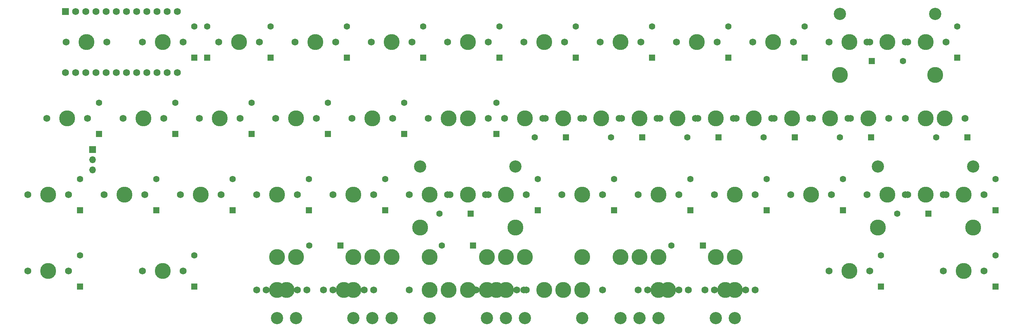
<source format=gbr>
%TF.GenerationSoftware,KiCad,Pcbnew,(7.0.0)*%
%TF.CreationDate,2023-08-30T22:13:04+02:00*%
%TF.ProjectId,Wakizashi,57616b69-7a61-4736-9869-2e6b69636164,rev?*%
%TF.SameCoordinates,Original*%
%TF.FileFunction,Soldermask,Top*%
%TF.FilePolarity,Negative*%
%FSLAX46Y46*%
G04 Gerber Fmt 4.6, Leading zero omitted, Abs format (unit mm)*
G04 Created by KiCad (PCBNEW (7.0.0)) date 2023-08-30 22:13:04*
%MOMM*%
%LPD*%
G01*
G04 APERTURE LIST*
%ADD10C,1.750000*%
%ADD11C,3.987800*%
%ADD12R,1.600000X1.600000*%
%ADD13C,1.600000*%
%ADD14C,3.048000*%
%ADD15R,1.752600X1.752600*%
%ADD16C,1.752600*%
%ADD17R,1.700000X1.700000*%
%ADD18O,1.700000X1.700000*%
G04 APERTURE END LIST*
D10*
%TO.C,MX1*%
X42545000Y-26987500D03*
D11*
X47625000Y-26987500D03*
D10*
X52705000Y-26987500D03*
%TD*%
%TO.C,MX35*%
X223520000Y-65087500D03*
D11*
X228600000Y-65087500D03*
D10*
X233680000Y-65087500D03*
%TD*%
D12*
%TO.C,D37*%
X274637499Y-68987499D03*
D13*
X274637500Y-61187500D03*
%TD*%
D10*
%TO.C,MX63*%
X137795000Y-88900000D03*
D11*
X142875000Y-88900000D03*
D10*
X147955000Y-88900000D03*
%TD*%
%TO.C,MX20*%
X180657500Y-46037500D03*
D11*
X185737500Y-46037500D03*
D10*
X190817500Y-46037500D03*
%TD*%
%TO.C,MX23*%
X237807500Y-46037500D03*
D11*
X242887500Y-46037500D03*
D10*
X247967500Y-46037500D03*
%TD*%
%TO.C,MX17*%
X113982500Y-46037500D03*
D11*
X119062500Y-46037500D03*
D10*
X124142500Y-46037500D03*
%TD*%
%TO.C,MX38*%
X33020000Y-84137500D03*
D11*
X38100000Y-84137500D03*
D10*
X43180000Y-84137500D03*
%TD*%
D14*
%TO.C,S4*%
X190500000Y-95885000D03*
D11*
X190500000Y-80645000D03*
D14*
X152400000Y-95885000D03*
D11*
X152400000Y-80645000D03*
%TD*%
D10*
%TO.C,MX13*%
X47942500Y-46037500D03*
D11*
X42862500Y-46037500D03*
D10*
X37782500Y-46037500D03*
%TD*%
%TO.C,MX59*%
X187801250Y-88900000D03*
D11*
X192881250Y-88900000D03*
D10*
X197961250Y-88900000D03*
%TD*%
%TO.C,MX5*%
X118745000Y-26987500D03*
D11*
X123825000Y-26987500D03*
D10*
X128905000Y-26987500D03*
%TD*%
%TO.C,MX51*%
X228282500Y-46037500D03*
D11*
X233362500Y-46037500D03*
D10*
X238442500Y-46037500D03*
%TD*%
D12*
%TO.C,D1*%
X74612499Y-30887499D03*
D13*
X74612500Y-23087500D03*
%TD*%
D10*
%TO.C,MX60*%
X202088750Y-88900000D03*
D11*
X207168750Y-88900000D03*
D10*
X212248750Y-88900000D03*
%TD*%
%TO.C,MX68*%
X144938750Y-88900000D03*
D11*
X150018750Y-88900000D03*
D10*
X155098750Y-88900000D03*
%TD*%
%TO.C,MX43*%
X233045000Y-84137500D03*
D11*
X238125000Y-84137500D03*
D10*
X243205000Y-84137500D03*
%TD*%
%TO.C,MX52*%
X252095000Y-46037500D03*
D11*
X257175000Y-46037500D03*
D10*
X262255000Y-46037500D03*
%TD*%
D12*
%TO.C,D39*%
X74612499Y-88037499D03*
D13*
X74612500Y-80237500D03*
%TD*%
D10*
%TO.C,MX2*%
X61595000Y-26987500D03*
D11*
X66675000Y-26987500D03*
D10*
X71755000Y-26987500D03*
%TD*%
D14*
%TO.C,S9*%
X209550000Y-95885000D03*
D11*
X209550000Y-80645000D03*
D14*
X95250000Y-95885000D03*
D11*
X95250000Y-80645000D03*
%TD*%
D12*
%TO.C,D44*%
X274637499Y-88037499D03*
D13*
X274637500Y-80237500D03*
%TD*%
D10*
%TO.C,MX30*%
X128270000Y-65087500D03*
D11*
X133350000Y-65087500D03*
D10*
X138430000Y-65087500D03*
%TD*%
D12*
%TO.C,D10*%
X227012499Y-30887499D03*
D13*
X227012500Y-23087500D03*
%TD*%
D10*
%TO.C,MX16*%
X94932500Y-46037500D03*
D11*
X100012500Y-46037500D03*
D10*
X105092500Y-46037500D03*
%TD*%
%TO.C,MX29*%
X109220000Y-65087500D03*
D11*
X114300000Y-65087500D03*
D10*
X119380000Y-65087500D03*
%TD*%
D14*
%TO.C,S15*%
X130968750Y-58102500D03*
D11*
X130968750Y-73342500D03*
D14*
X154781250Y-58102500D03*
D11*
X154781250Y-73342500D03*
%TD*%
D14*
%TO.C,S3*%
X133350000Y-95885000D03*
D11*
X133350000Y-80645000D03*
D14*
X95250000Y-95885000D03*
D11*
X95250000Y-80645000D03*
%TD*%
D14*
%TO.C,S13*%
X235743750Y-20002500D03*
D11*
X235743750Y-35242500D03*
D14*
X259556250Y-20002500D03*
D11*
X259556250Y-35242500D03*
%TD*%
D14*
%TO.C,S5*%
X152400000Y-95885000D03*
D11*
X152400000Y-80645000D03*
D14*
X114300000Y-95885000D03*
D11*
X114300000Y-80645000D03*
%TD*%
D10*
%TO.C,MX33*%
X185420000Y-65087500D03*
D11*
X190500000Y-65087500D03*
D10*
X195580000Y-65087500D03*
%TD*%
D12*
%TO.C,D2*%
X77787499Y-30887499D03*
D13*
X77787500Y-23087500D03*
%TD*%
D12*
%TO.C,D3*%
X93662499Y-30887499D03*
D13*
X93662500Y-23087500D03*
%TD*%
D12*
%TO.C,D27*%
X84137499Y-68987499D03*
D13*
X84137500Y-61187500D03*
%TD*%
D10*
%TO.C,MX10*%
X213995000Y-26987500D03*
D11*
X219075000Y-26987500D03*
D10*
X224155000Y-26987500D03*
%TD*%
%TO.C,MX26*%
X52070000Y-65087500D03*
D11*
X57150000Y-65087500D03*
D10*
X62230000Y-65087500D03*
%TD*%
D12*
%TO.C,D7*%
X169862499Y-30887499D03*
D13*
X169862500Y-23087500D03*
%TD*%
D10*
%TO.C,MX8*%
X175895000Y-26987500D03*
D11*
X180975000Y-26987500D03*
D10*
X186055000Y-26987500D03*
%TD*%
%TO.C,MX62*%
X128270000Y-88900000D03*
D11*
X133350000Y-88900000D03*
D10*
X138430000Y-88900000D03*
%TD*%
D12*
%TO.C,D16*%
X107949999Y-49937499D03*
D13*
X107950000Y-42137500D03*
%TD*%
D14*
%TO.C,S11*%
X157162500Y-95885000D03*
D11*
X157162500Y-80645000D03*
D14*
X119062500Y-95885000D03*
D11*
X119062500Y-80645000D03*
%TD*%
D12*
%TO.C,D17*%
X126999999Y-49937499D03*
D13*
X127000000Y-42137500D03*
%TD*%
D12*
%TO.C,D19*%
X167412499Y-50799999D03*
D13*
X159612500Y-50800000D03*
%TD*%
D12*
%TO.C,D30*%
X143599999Y-69849999D03*
D13*
X135800000Y-69850000D03*
%TD*%
D12*
%TO.C,D40*%
X111056249Y-77787499D03*
D13*
X103256250Y-77787500D03*
%TD*%
D12*
%TO.C,D38*%
X46037499Y-88037499D03*
D13*
X46037500Y-80237500D03*
%TD*%
D10*
%TO.C,MX40*%
X90170000Y-88900000D03*
D11*
X95250000Y-88900000D03*
D10*
X100330000Y-88900000D03*
%TD*%
D14*
%TO.C,S6*%
X209550000Y-95885000D03*
D11*
X209550000Y-80645000D03*
D14*
X171450000Y-95885000D03*
D11*
X171450000Y-80645000D03*
%TD*%
D12*
%TO.C,D14*%
X69849999Y-49937499D03*
D13*
X69850000Y-42137500D03*
%TD*%
D12*
%TO.C,D32*%
X179387499Y-68987499D03*
D13*
X179387500Y-61187500D03*
%TD*%
D12*
%TO.C,D24*%
X267612499Y-50799999D03*
D13*
X259812500Y-50800000D03*
%TD*%
D12*
%TO.C,D4*%
X112712499Y-30887499D03*
D13*
X112712500Y-23087500D03*
%TD*%
D10*
%TO.C,MX27*%
X71120000Y-65087500D03*
D11*
X76200000Y-65087500D03*
D10*
X81280000Y-65087500D03*
%TD*%
D12*
%TO.C,D20*%
X186462499Y-50799999D03*
D13*
X178662500Y-50800000D03*
%TD*%
D10*
%TO.C,MX22*%
X218757500Y-46037500D03*
D11*
X223837500Y-46037500D03*
D10*
X228917500Y-46037500D03*
%TD*%
D12*
%TO.C,D35*%
X236537499Y-68987499D03*
D13*
X236537500Y-61187500D03*
%TD*%
D12*
%TO.C,D23*%
X243612499Y-50799999D03*
D13*
X235812500Y-50800000D03*
%TD*%
D10*
%TO.C,MX56*%
X106838750Y-88900000D03*
D11*
X111918750Y-88900000D03*
D10*
X116998750Y-88900000D03*
%TD*%
D12*
%TO.C,D42*%
X201543749Y-77787499D03*
D13*
X193743750Y-77787500D03*
%TD*%
D12*
%TO.C,D33*%
X198437499Y-68987499D03*
D13*
X198437500Y-61187500D03*
%TD*%
D12*
%TO.C,D26*%
X65087499Y-68987499D03*
D13*
X65087500Y-61187500D03*
%TD*%
D10*
%TO.C,MX3*%
X80645000Y-26987500D03*
D11*
X85725000Y-26987500D03*
D10*
X90805000Y-26987500D03*
%TD*%
%TO.C,MX58*%
X204470000Y-88900000D03*
D11*
X209550000Y-88900000D03*
D10*
X214630000Y-88900000D03*
%TD*%
%TO.C,MX7*%
X156845000Y-26987500D03*
D11*
X161925000Y-26987500D03*
D10*
X167005000Y-26987500D03*
%TD*%
%TO.C,MX25*%
X33020000Y-65087500D03*
D11*
X38100000Y-65087500D03*
D10*
X43180000Y-65087500D03*
%TD*%
%TO.C,MX64*%
X166370000Y-88900000D03*
D11*
X171450000Y-88900000D03*
D10*
X176530000Y-88900000D03*
%TD*%
%TO.C,MX31*%
X147320000Y-65087500D03*
D11*
X152400000Y-65087500D03*
D10*
X157480000Y-65087500D03*
%TD*%
%TO.C,MX45*%
X242570000Y-26987500D03*
D11*
X247650000Y-26987500D03*
D10*
X252730000Y-26987500D03*
%TD*%
%TO.C,MX53*%
X137795000Y-65087500D03*
D11*
X142875000Y-65087500D03*
D10*
X147955000Y-65087500D03*
%TD*%
%TO.C,MX36*%
X242570000Y-65087500D03*
D11*
X247650000Y-65087500D03*
D10*
X252730000Y-65087500D03*
%TD*%
D14*
%TO.C,S2*%
X185737500Y-95885000D03*
D11*
X185737500Y-80645000D03*
D14*
X147637500Y-95885000D03*
D11*
X147637500Y-80645000D03*
%TD*%
D10*
%TO.C,MX37*%
X261620000Y-65087500D03*
D11*
X266700000Y-65087500D03*
D10*
X271780000Y-65087500D03*
%TD*%
D14*
%TO.C,S7*%
X190500000Y-95885000D03*
D11*
X190500000Y-80645000D03*
D14*
X95250000Y-95885000D03*
D11*
X95250000Y-80645000D03*
%TD*%
D10*
%TO.C,MX28*%
X90170000Y-65087500D03*
D11*
X95250000Y-65087500D03*
D10*
X100330000Y-65087500D03*
%TD*%
D12*
%TO.C,D12*%
X265112499Y-30887499D03*
D13*
X265112500Y-23087500D03*
%TD*%
D10*
%TO.C,MX57*%
X92551250Y-88900000D03*
D11*
X97631250Y-88900000D03*
D10*
X102711250Y-88900000D03*
%TD*%
D12*
%TO.C,D22*%
X224562499Y-50799999D03*
D13*
X216762500Y-50800000D03*
%TD*%
D12*
%TO.C,D18*%
X150018749Y-49937499D03*
D13*
X150018750Y-42137500D03*
%TD*%
D12*
%TO.C,D8*%
X188912499Y-30887499D03*
D13*
X188912500Y-23087500D03*
%TD*%
D12*
%TO.C,D43*%
X246062499Y-88037499D03*
D13*
X246062500Y-80237500D03*
%TD*%
D10*
%TO.C,MX42*%
X185420000Y-88900000D03*
D11*
X190500000Y-88900000D03*
D10*
X195580000Y-88900000D03*
%TD*%
D12*
%TO.C,D31*%
X160337499Y-68987499D03*
D13*
X160337500Y-61187500D03*
%TD*%
D10*
%TO.C,MX21*%
X199707500Y-46037500D03*
D11*
X204787500Y-46037500D03*
D10*
X209867500Y-46037500D03*
%TD*%
%TO.C,MX14*%
X56832500Y-46037500D03*
D11*
X61912500Y-46037500D03*
D10*
X66992500Y-46037500D03*
%TD*%
D14*
%TO.C,S12*%
X123825000Y-95885000D03*
D11*
X123825000Y-80645000D03*
D14*
X100012500Y-95885000D03*
D11*
X100012500Y-80645000D03*
%TD*%
D10*
%TO.C,MX39*%
X61595000Y-84137500D03*
D11*
X66675000Y-84137500D03*
D10*
X71755000Y-84137500D03*
%TD*%
D14*
%TO.C,S14*%
X245268750Y-58102500D03*
D11*
X245268750Y-73342500D03*
D14*
X269081250Y-58102500D03*
D11*
X269081250Y-73342500D03*
%TD*%
D10*
%TO.C,MX41*%
X147320000Y-88900000D03*
D11*
X152400000Y-88900000D03*
D10*
X157480000Y-88900000D03*
%TD*%
%TO.C,MX49*%
X190182500Y-46037500D03*
D11*
X195262500Y-46037500D03*
D10*
X200342500Y-46037500D03*
%TD*%
D12*
%TO.C,D28*%
X103187499Y-68987499D03*
D13*
X103187500Y-61187500D03*
%TD*%
D10*
%TO.C,MX12*%
X252095000Y-26987500D03*
D11*
X257175000Y-26987500D03*
D10*
X262255000Y-26987500D03*
%TD*%
D12*
%TO.C,D41*%
X144206249Y-77787499D03*
D13*
X136406250Y-77787500D03*
%TD*%
D10*
%TO.C,MX47*%
X152082500Y-46037500D03*
D11*
X157162500Y-46037500D03*
D10*
X162242500Y-46037500D03*
%TD*%
%TO.C,MX44*%
X261620000Y-84137500D03*
D11*
X266700000Y-84137500D03*
D10*
X271780000Y-84137500D03*
%TD*%
D14*
%TO.C,S1*%
X204787500Y-95885000D03*
D11*
X204787500Y-80645000D03*
D14*
X180975000Y-95885000D03*
D11*
X180975000Y-80645000D03*
%TD*%
D14*
%TO.C,S8*%
X209550000Y-95885000D03*
D11*
X209550000Y-80645000D03*
D14*
X114300000Y-95885000D03*
D11*
X114300000Y-80645000D03*
%TD*%
D10*
%TO.C,MX65*%
X142557500Y-88900000D03*
D11*
X147637500Y-88900000D03*
D10*
X152717500Y-88900000D03*
%TD*%
D12*
%TO.C,D34*%
X217487499Y-68987499D03*
D13*
X217487500Y-61187500D03*
%TD*%
D12*
%TO.C,D13*%
X50799999Y-49937499D03*
D13*
X50800000Y-42137500D03*
%TD*%
D12*
%TO.C,D29*%
X122237499Y-68987499D03*
D13*
X122237500Y-61187500D03*
%TD*%
D10*
%TO.C,MX50*%
X209232500Y-46037500D03*
D11*
X214312500Y-46037500D03*
D10*
X219392500Y-46037500D03*
%TD*%
%TO.C,MX18*%
X133032500Y-46037500D03*
D11*
X138112500Y-46037500D03*
D10*
X143192500Y-46037500D03*
%TD*%
%TO.C,MX46*%
X137795000Y-46037500D03*
D11*
X142875000Y-46037500D03*
D10*
X147955000Y-46037500D03*
%TD*%
%TO.C,MX48*%
X171132500Y-46037500D03*
D11*
X176212500Y-46037500D03*
D10*
X181292500Y-46037500D03*
%TD*%
%TO.C,MX61*%
X156845000Y-88900000D03*
D11*
X161925000Y-88900000D03*
D10*
X167005000Y-88900000D03*
%TD*%
%TO.C,MX19*%
X161607500Y-46037500D03*
D11*
X166687500Y-46037500D03*
D10*
X171767500Y-46037500D03*
%TD*%
%TO.C,MX67*%
X161607500Y-88900000D03*
D11*
X166687500Y-88900000D03*
D10*
X171767500Y-88900000D03*
%TD*%
D12*
%TO.C,D21*%
X205512499Y-50799999D03*
D13*
X197712500Y-50800000D03*
%TD*%
D12*
%TO.C,D15*%
X88899999Y-49937499D03*
D13*
X88900000Y-42137500D03*
%TD*%
D10*
%TO.C,MX4*%
X99695000Y-26987500D03*
D11*
X104775000Y-26987500D03*
D10*
X109855000Y-26987500D03*
%TD*%
D12*
%TO.C,D25*%
X46037499Y-68987499D03*
D13*
X46037500Y-61187500D03*
%TD*%
D12*
%TO.C,D36*%
X257899999Y-69849999D03*
D13*
X250100000Y-69850000D03*
%TD*%
D10*
%TO.C,MX15*%
X75882500Y-46037500D03*
D11*
X80962500Y-46037500D03*
D10*
X86042500Y-46037500D03*
%TD*%
%TO.C,MX66*%
X133032500Y-88900000D03*
D11*
X138112500Y-88900000D03*
D10*
X143192500Y-88900000D03*
%TD*%
%TO.C,MX24*%
X256857500Y-46037500D03*
D11*
X261937500Y-46037500D03*
D10*
X267017500Y-46037500D03*
%TD*%
%TO.C,MX9*%
X194945000Y-26987500D03*
D11*
X200025000Y-26987500D03*
D10*
X205105000Y-26987500D03*
%TD*%
%TO.C,MX54*%
X252095000Y-65087500D03*
D11*
X257175000Y-65087500D03*
D10*
X262255000Y-65087500D03*
%TD*%
%TO.C,MX55*%
X109220000Y-88900000D03*
D11*
X114300000Y-88900000D03*
D10*
X119380000Y-88900000D03*
%TD*%
D12*
%TO.C,D6*%
X150812499Y-30887499D03*
D13*
X150812500Y-23087500D03*
%TD*%
D12*
%TO.C,D5*%
X131762499Y-30887499D03*
D13*
X131762500Y-23087500D03*
%TD*%
D10*
%TO.C,MX6*%
X137795000Y-26987500D03*
D11*
X142875000Y-26987500D03*
D10*
X147955000Y-26987500D03*
%TD*%
%TO.C,MX34*%
X204470000Y-65087500D03*
D11*
X209550000Y-65087500D03*
D10*
X214630000Y-65087500D03*
%TD*%
D12*
%TO.C,D11*%
X243749999Y-31749999D03*
D13*
X251550000Y-31750000D03*
%TD*%
D10*
%TO.C,MX32*%
X166370000Y-65087500D03*
D11*
X171450000Y-65087500D03*
D10*
X176530000Y-65087500D03*
%TD*%
%TO.C,MX11*%
X233045000Y-26987500D03*
D11*
X238125000Y-26987500D03*
D10*
X243205000Y-26987500D03*
%TD*%
D12*
%TO.C,D9*%
X207962499Y-30887499D03*
D13*
X207962500Y-23087500D03*
%TD*%
D15*
%TO.C,U2*%
X42386249Y-19367499D03*
D16*
X44926250Y-19367500D03*
X47466250Y-19367500D03*
X50006250Y-19367500D03*
X52546250Y-19367500D03*
X55086250Y-19367500D03*
X57626250Y-19367500D03*
X60166250Y-19367500D03*
X62706250Y-19367500D03*
X65246250Y-19367500D03*
X67786250Y-19367500D03*
X70326250Y-19367500D03*
X70326250Y-34607500D03*
X67786250Y-34607500D03*
X65246250Y-34607500D03*
X62706250Y-34607500D03*
X60166250Y-34607500D03*
X57626250Y-34607500D03*
X55086250Y-34607500D03*
X52546250Y-34607500D03*
X50006250Y-34607500D03*
X47466250Y-34607500D03*
X44926250Y-34607500D03*
X42386250Y-34607500D03*
%TD*%
D17*
%TO.C,J1*%
X49212499Y-53816249D03*
D18*
X49212499Y-56356249D03*
X49212499Y-58896249D03*
%TD*%
M02*

</source>
